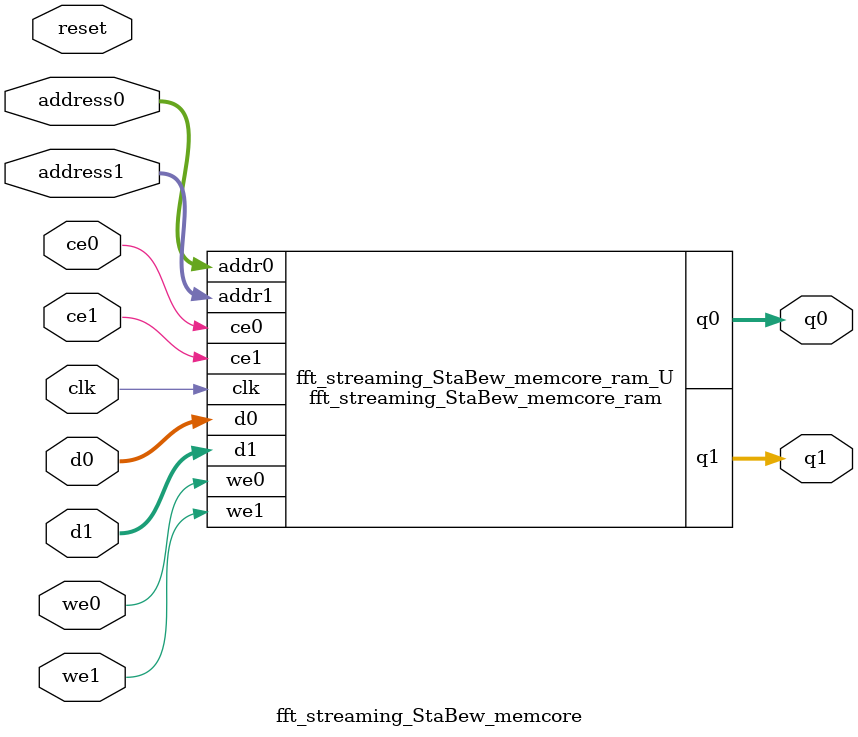
<source format=v>
`timescale 1 ns / 1 ps
module fft_streaming_StaBew_memcore_ram (addr0, ce0, d0, we0, q0, addr1, ce1, d1, we1, q1,  clk);

parameter DWIDTH = 22;
parameter AWIDTH = 10;
parameter MEM_SIZE = 1024;

input[AWIDTH-1:0] addr0;
input ce0;
input[DWIDTH-1:0] d0;
input we0;
output reg[DWIDTH-1:0] q0;
input[AWIDTH-1:0] addr1;
input ce1;
input[DWIDTH-1:0] d1;
input we1;
output reg[DWIDTH-1:0] q1;
input clk;

(* ram_style = "block" *)reg [DWIDTH-1:0] ram[0:MEM_SIZE-1];




always @(posedge clk)  
begin 
    if (ce0) begin
        if (we0) 
            ram[addr0] <= d0; 
        q0 <= ram[addr0];
    end
end


always @(posedge clk)  
begin 
    if (ce1) begin
        if (we1) 
            ram[addr1] <= d1; 
        q1 <= ram[addr1];
    end
end


endmodule

`timescale 1 ns / 1 ps
module fft_streaming_StaBew_memcore(
    reset,
    clk,
    address0,
    ce0,
    we0,
    d0,
    q0,
    address1,
    ce1,
    we1,
    d1,
    q1);

parameter DataWidth = 32'd22;
parameter AddressRange = 32'd1024;
parameter AddressWidth = 32'd10;
input reset;
input clk;
input[AddressWidth - 1:0] address0;
input ce0;
input we0;
input[DataWidth - 1:0] d0;
output[DataWidth - 1:0] q0;
input[AddressWidth - 1:0] address1;
input ce1;
input we1;
input[DataWidth - 1:0] d1;
output[DataWidth - 1:0] q1;



fft_streaming_StaBew_memcore_ram fft_streaming_StaBew_memcore_ram_U(
    .clk( clk ),
    .addr0( address0 ),
    .ce0( ce0 ),
    .we0( we0 ),
    .d0( d0 ),
    .q0( q0 ),
    .addr1( address1 ),
    .ce1( ce1 ),
    .we1( we1 ),
    .d1( d1 ),
    .q1( q1 ));

endmodule


</source>
